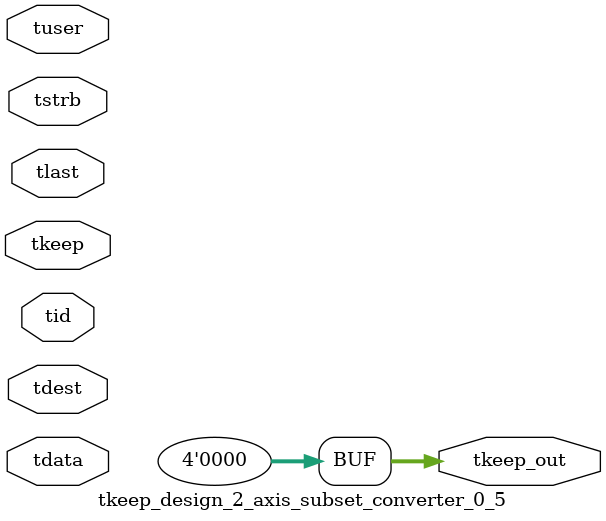
<source format=v>


`timescale 1ps/1ps

module tkeep_design_2_axis_subset_converter_0_5 #
(
parameter C_S_AXIS_TDATA_WIDTH = 32,
parameter C_S_AXIS_TUSER_WIDTH = 0,
parameter C_S_AXIS_TID_WIDTH   = 0,
parameter C_S_AXIS_TDEST_WIDTH = 0,
parameter C_M_AXIS_TDATA_WIDTH = 32
)
(
input  [(C_S_AXIS_TDATA_WIDTH == 0 ? 1 : C_S_AXIS_TDATA_WIDTH)-1:0     ] tdata,
input  [(C_S_AXIS_TUSER_WIDTH == 0 ? 1 : C_S_AXIS_TUSER_WIDTH)-1:0     ] tuser,
input  [(C_S_AXIS_TID_WIDTH   == 0 ? 1 : C_S_AXIS_TID_WIDTH)-1:0       ] tid,
input  [(C_S_AXIS_TDEST_WIDTH == 0 ? 1 : C_S_AXIS_TDEST_WIDTH)-1:0     ] tdest,
input  [(C_S_AXIS_TDATA_WIDTH/8)-1:0 ] tkeep,
input  [(C_S_AXIS_TDATA_WIDTH/8)-1:0 ] tstrb,
input                                                                    tlast,
output [(C_M_AXIS_TDATA_WIDTH/8)-1:0 ] tkeep_out
);

assign tkeep_out = {1'b0};

endmodule


</source>
